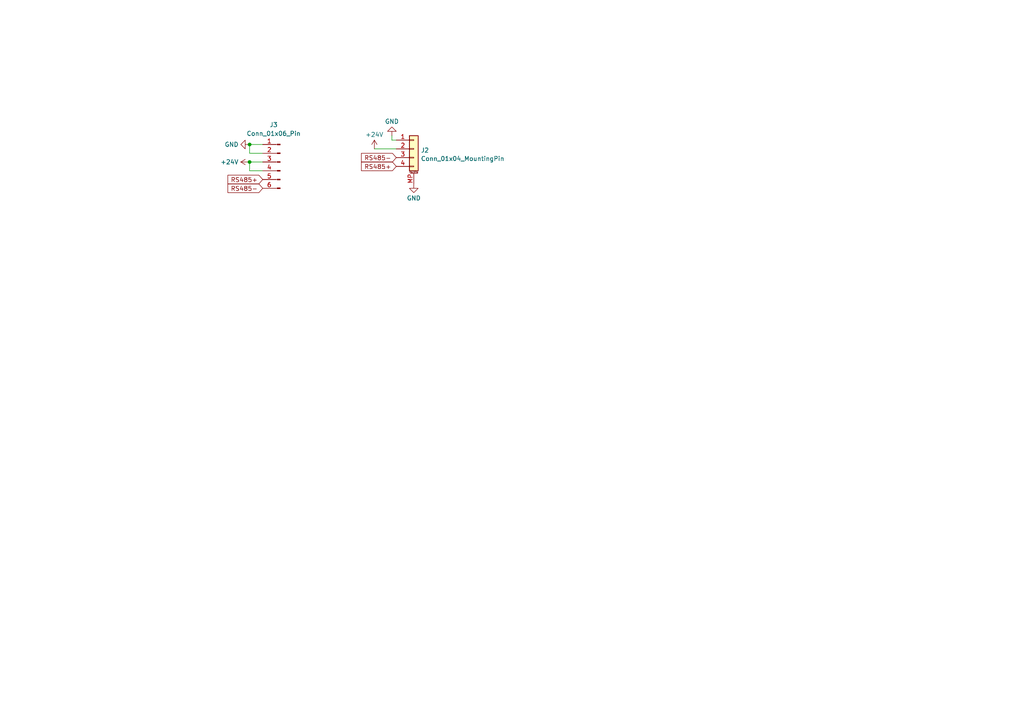
<source format=kicad_sch>
(kicad_sch (version 20230121) (generator eeschema)
  (paper "A4")
  (lib_symbols
    (symbol "Connector:Conn_01x06_Pin" (pin_names (offset 1.016) hide)
      (property "Reference" "J" (at 0 7.62 0))
      (property "Value" "Conn_01x06_Pin" (at 0 -10.16 0))
      (symbol "Conn_01x06_Pin_1_1"
        (polyline (pts (xy 1.27 -7.62) (xy 0.8636 -7.62)) (stroke (width 0.1524)))
        (polyline (pts (xy 1.27 -5.08) (xy 0.8636 -5.08)) (stroke (width 0.1524)))
        (polyline (pts (xy 1.27 -2.54) (xy 0.8636 -2.54)) (stroke (width 0.1524)))
        (polyline (pts (xy 1.27 0) (xy 0.8636 0)) (stroke (width 0.1524)))
        (polyline (pts (xy 1.27 2.54) (xy 0.8636 2.54)) (stroke (width 0.1524)))
        (polyline (pts (xy 1.27 5.08) (xy 0.8636 5.08)) (stroke (width 0.1524)))
        (rectangle (start 0.8636 -7.493) (end 0 -7.747) (stroke (width 0.1524)) (fill (type outline)))
        (rectangle (start 0.8636 -4.953) (end 0 -5.207) (stroke (width 0.1524)) (fill (type outline)))
        (rectangle (start 0.8636 -2.413) (end 0 -2.667) (stroke (width 0.1524)) (fill (type outline)))
        (rectangle (start 0.8636 0.127) (end 0 -0.127) (stroke (width 0.1524)) (fill (type outline)))
        (rectangle (start 0.8636 2.667) (end 0 2.413) (stroke (width 0.1524)) (fill (type outline)))
        (rectangle (start 0.8636 5.207) (end 0 4.953) (stroke (width 0.1524)) (fill (type outline)))
        (pin passive line (at 5.08 5.08 180) (length 3.81) (name "Pin_1") (number "1"))
        (pin passive line (at 5.08 2.54 180) (length 3.81) (name "Pin_2") (number "2"))
        (pin passive line (at 5.08 0 180) (length 3.81) (name "Pin_3") (number "3"))
        (pin passive line (at 5.08 -2.54 180) (length 3.81) (name "Pin_4") (number "4"))
        (pin passive line (at 5.08 -5.08 180) (length 3.81) (name "Pin_5") (number "5"))
        (pin passive line (at 5.08 -7.62 180) (length 3.81) (name "Pin_6") (number "6"))
      )
    )
    (symbol "Connector_Generic_MountingPin:Conn_01x04_MountingPin" (pin_names (offset 1.016) hide)
      (property "Reference" "J" (at 0 5.08 0))
      (property "Value" "Conn_01x04_MountingPin" (at 1.27 -7.62 0))
      (symbol "Conn_01x04_MountingPin_1_1"
        (rectangle (start -1.27 -4.953) (end 0 -5.207) (stroke (width 0.1524)))
        (rectangle (start -1.27 -2.413) (end 0 -2.667) (stroke (width 0.1524)))
        (rectangle (start -1.27 0.127) (end 0 -0.127) (stroke (width 0.1524)))
        (rectangle (start -1.27 2.667) (end 0 2.413) (stroke (width 0.1524)))
        (rectangle (start -1.27 3.81) (end 1.27 -6.35) (stroke (width 0.254)) (fill (type background)))
        (polyline (pts (xy -1.016 -7.112) (xy 1.016 -7.112)) (stroke (width 0.1524)))
        (text "Mounting" (at 0 -6.731 0) (effects (font (size 0.381 0.381))))
        (pin passive line (at -5.08 2.54 0) (length 3.81) (name "Pin_1") (number "1"))
        (pin passive line (at -5.08 0 0) (length 3.81) (name "Pin_2") (number "2"))
        (pin passive line (at -5.08 -2.54 0) (length 3.81) (name "Pin_3") (number "3"))
        (pin passive line (at -5.08 -5.08 0) (length 3.81) (name "Pin_4") (number "4"))
        (pin passive line (at 0 -10.16 90) (length 3.048) (name "MountPin") (number "MP"))
      )
    )
    (symbol "power:+24V" (power) (pin_names (offset 0))
      (property "Value" "+24V" (at 0 3.556 0))
      (symbol "+24V_0_1"
        (polyline (pts (xy -0.762 1.27) (xy 0 2.54)))
        (polyline (pts (xy 0 0) (xy 0 2.54)))
        (polyline (pts (xy 0 2.54) (xy 0.762 1.27)))
      )
      (symbol "+24V_1_1"
        (pin power_in line (at 0 0 90) (length 0) hide (name "+24V") (number "1"))
      )
    )
    (symbol "power:GND" (power) (pin_names (offset 0))
      (property "Value" "GND" (at 0 -3.81 0))
      (symbol "GND_0_1"
        (polyline (pts (xy 0 0) (xy 0 -1.27) (xy 1.27 -1.27) (xy 0 -2.54) (xy -1.27 -1.27) (xy 0 -1.27)))
      )
      (symbol "GND_1_1"
        (pin power_in line (at 0 0 270) (length 0) hide (name "GND") (number "1"))
      )
    )
  )
  (junction (at 72.39 41.91))
  (junction (at 72.39 46.99))
  (wire (pts (xy 72.39 41.91) (xy 76.2 41.91)))
  (wire (pts (xy 76.2 49.53) (xy 72.39 49.53)))
  (wire (pts (xy 108.585 43.18) (xy 114.935 43.18)))
  (wire (pts (xy 113.665 40.64) (xy 113.665 39.37)))
  (wire (pts (xy 76.2 44.45) (xy 72.39 44.45)))
  (wire (pts (xy 72.39 46.99) (xy 76.2 46.99)))
  (wire (pts (xy 72.39 44.45) (xy 72.39 41.91)))
  (wire (pts (xy 114.935 40.64) (xy 113.665 40.64)))
  (wire (pts (xy 72.39 49.53) (xy 72.39 46.99)))
  (global_label "RS485+" (shape input) (at 76.2 52.07 180) (property "Intersheetrefs" "${INTERSHEET_REFS}" (effects hide)))
  (global_label "RS485-" (shape input) (at 76.2 54.61 180) (property "Intersheetrefs" "${INTERSHEET_REFS}" (effects hide)))
  (global_label "RS485-" (shape input) (at 114.935 45.72 180) (property "Intersheetrefs" "${INTERSHEET_REFS}" (effects hide)))
  (global_label "RS485+" (shape input) (at 114.935 48.26 180) (property "Intersheetrefs" "${INTERSHEET_REFS}" (effects hide)))
  (symbol (lib_id "Connector_Generic_MountingPin:Conn_01x04_MountingPin") (at 120.015 43.18 0) (unit 1)
    (property "Reference" "J2" (at 122.047 43.5935 0) (effects (justify left)))
    (property "Value" "Conn_01x04_MountingPin" (at 122.047 46.0177 0) (effects (justify left)))
    (property "Footprint" "Connector_JST:JST_PH_B4B-PH-SM4-TB_1x04-1MP_P2.00mm_Vertical" (effects hide))
  )
  (symbol (lib_id "power:+24V") (at 108.585 43.18 0) (unit 1)
    (property "Reference" "#PWR02" (effects hide))
    (property "Value" "+24V" (at 108.585 39.0469 0))
  )
  (symbol (lib_id "power:+24V") (at 72.39 46.99 90) (unit 1)
    (property "Reference" "#PWR04" (effects hide))
    (property "Value" "+24V" (at 69.215 46.99 90) (effects (justify left)))
  )
  (symbol (lib_id "Connector:Conn_01x06_Pin") (at 81.28 46.99 0) (mirror y) (unit 1)
    (property "Reference" "J3" (at 79.375 36.195 0))
    (property "Value" "Conn_01x06_Pin" (at 79.375 38.735 0))
    (property "Footprint" "Connector_IDC:IDC-Header_2x03_P2.54mm_Vertical" (effects hide))
  )
  (symbol (lib_id "power:GND") (at 72.39 41.91 270) (unit 1)
    (property "Reference" "#PWR08" (effects hide))
    (property "Value" "GND" (at 69.2151 41.91 90) (effects (justify right)))
  )
  (symbol (lib_id "power:GND") (at 113.665 39.37 180) (unit 1)
    (property "Reference" "#PWR03" (effects hide))
    (property "Value" "GND" (at 113.665 35.2369 0))
  )
  (symbol (lib_id "power:GND") (at 120.015 53.34 0) (unit 1)
    (property "Reference" "#PWR01" (effects hide))
    (property "Value" "GND" (at 120.015 57.4731 0))
  )
)
</source>
